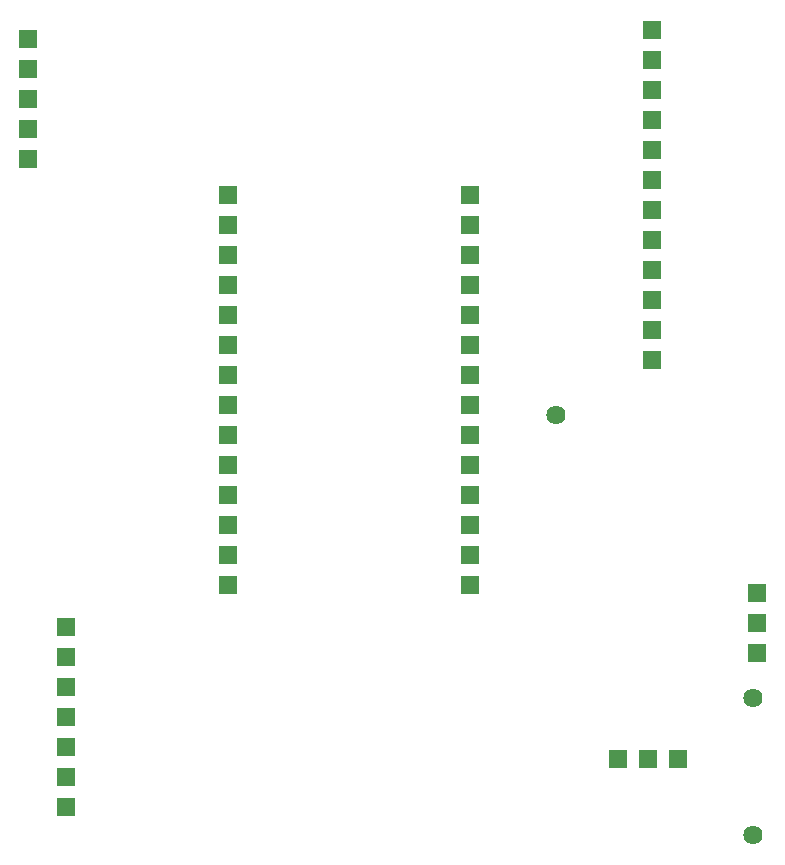
<source format=gts>
G04 Layer: TopSolderMaskLayer*
G04 EasyEDA v6.5.22, 2023-01-26 08:19:38*
G04 8426a333df6747daab18ef12c2f6586b,10*
G04 Gerber Generator version 0.2*
G04 Scale: 100 percent, Rotated: No, Reflected: No *
G04 Dimensions in millimeters *
G04 leading zeros omitted , absolute positions ,4 integer and 5 decimal *
%FSLAX45Y45*%
%MOMM*%

%AMMACRO1*1,1,$1,$2,$3*1,1,$1,$4,$5*1,1,$1,0-$2,0-$3*1,1,$1,0-$4,0-$5*20,1,$1,$2,$3,$4,$5,0*20,1,$1,$4,$5,0-$2,0-$3,0*20,1,$1,0-$2,0-$3,0-$4,0-$5,0*20,1,$1,0-$4,0-$5,$2,$3,0*4,1,4,$2,$3,$4,$5,0-$2,0-$3,0-$4,0-$5,$2,$3,0*%
%ADD10C,1.6256*%
%ADD11MACRO1,0.1016X-0.75X-0.75X-0.75X0.75*%
%ADD12MACRO1,0.1016X0.75X0.75X0.75X-0.75*%
%ADD13MACRO1,0.1016X0.75X-0.75X-0.75X-0.75*%

%LPD*%
D10*
G01*
X3543808Y-3169157D03*
G01*
X3543808Y-2007107D03*
D11*
G01*
X-2591568Y2552200D03*
G01*
X-2591568Y2806200D03*
G01*
X-2591568Y3060200D03*
G01*
X-2591568Y3314200D03*
G01*
X-2591568Y3568200D03*
G01*
X3580631Y-1626099D03*
G01*
X3580631Y-1372099D03*
G01*
X3580631Y-1118099D03*
G01*
X-2272798Y-2934199D03*
G01*
X-2272798Y-2680199D03*
G01*
X-2272798Y-2426199D03*
G01*
X-2272798Y-2172199D03*
G01*
X-2272798Y-1918199D03*
G01*
X-2272798Y-1664199D03*
G01*
X-2272798Y-1410199D03*
D12*
G01*
X2691629Y3644398D03*
G01*
X2691629Y3390398D03*
G01*
X2691629Y3136398D03*
G01*
X2691629Y2882398D03*
G01*
X2691629Y2628398D03*
G01*
X2691629Y2374398D03*
G01*
X2691629Y2120398D03*
G01*
X2691629Y1866398D03*
G01*
X2691629Y1612398D03*
G01*
X2691629Y1358398D03*
G01*
X2691629Y1104398D03*
G01*
X2691629Y850398D03*
D11*
G01*
X1151223Y-1054599D03*
G01*
X-898759Y-1054599D03*
G01*
X1151223Y-800599D03*
G01*
X-898759Y-800599D03*
G01*
X1151223Y-546599D03*
G01*
X-898759Y-546599D03*
G01*
X1151223Y-292599D03*
G01*
X-898759Y-292599D03*
G01*
X1151223Y-38599D03*
G01*
X-898759Y-38599D03*
G01*
X1151223Y215400D03*
G01*
X-898759Y215400D03*
G01*
X1151223Y469400D03*
G01*
X-898759Y469400D03*
G01*
X1151223Y723400D03*
G01*
X-898759Y723400D03*
G01*
X1151223Y977400D03*
G01*
X-898759Y977400D03*
G01*
X1151223Y1231400D03*
G01*
X-898759Y1231400D03*
G01*
X1151223Y1485400D03*
G01*
X-898759Y1485400D03*
G01*
X1151223Y1739400D03*
G01*
X-898759Y1739400D03*
G01*
X1151223Y1993400D03*
G01*
X-898759Y1993400D03*
G01*
X1151223Y2247400D03*
G01*
X-898759Y2247400D03*
D13*
G01*
X2400806Y-2527806D03*
G01*
X2654806Y-2527806D03*
G01*
X2908806Y-2527806D03*
D10*
G01*
X1874189Y386410D03*
M02*

</source>
